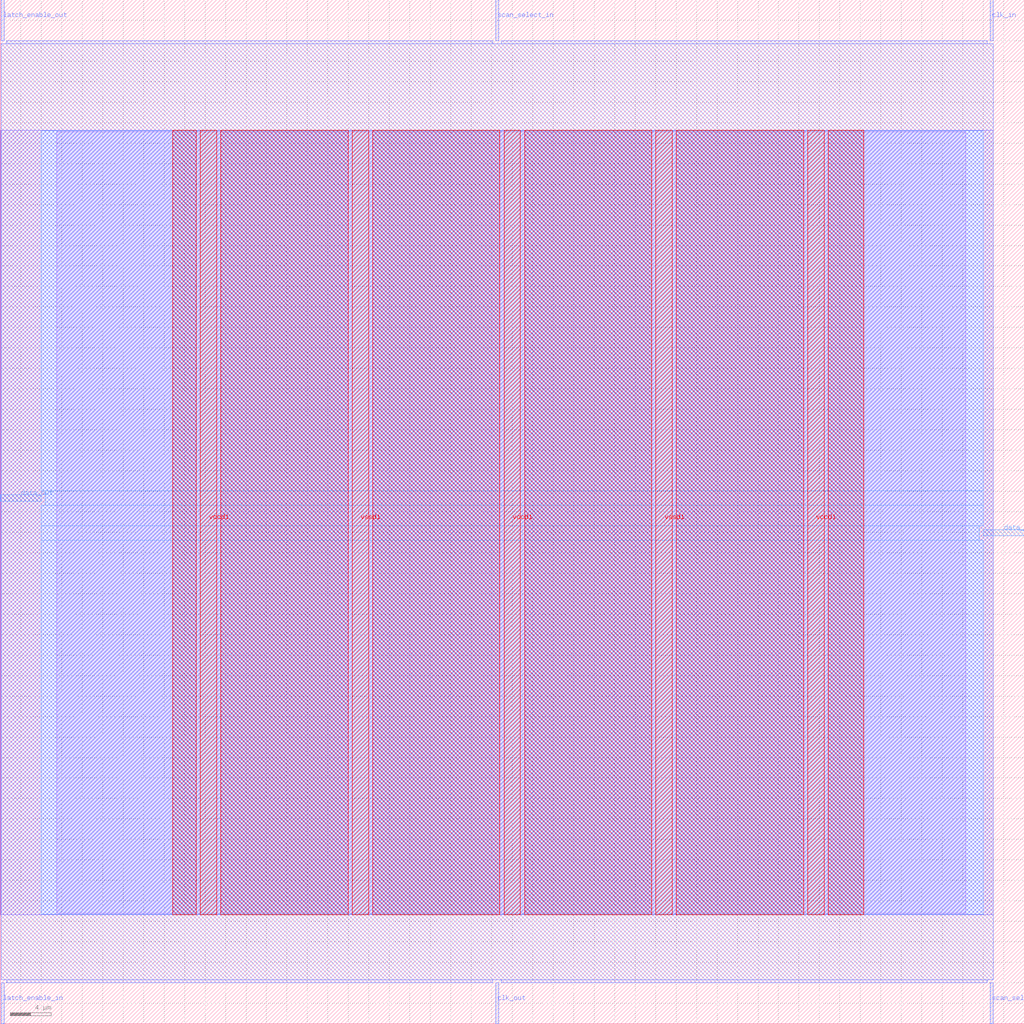
<source format=lef>
VERSION 5.7 ;
  NOWIREEXTENSIONATPIN ON ;
  DIVIDERCHAR "/" ;
  BUSBITCHARS "[]" ;
MACRO scan_wrapper_019235602376235615
  CLASS BLOCK ;
  FOREIGN scan_wrapper_019235602376235615 ;
  ORIGIN 0.000 0.000 ;
  SIZE 100.000 BY 100.000 ;
  PIN clk_in
    DIRECTION INPUT ;
    USE SIGNAL ;
    PORT
      LAYER met2 ;
        RECT 96.690 96.000 96.970 100.000 ;
    END
  END clk_in
  PIN clk_out
    DIRECTION OUTPUT TRISTATE ;
    USE SIGNAL ;
    PORT
      LAYER met2 ;
        RECT 48.390 0.000 48.670 4.000 ;
    END
  END clk_out
  PIN data_in
    DIRECTION INPUT ;
    USE SIGNAL ;
    PORT
      LAYER met3 ;
        RECT 96.000 47.640 100.000 48.240 ;
    END
  END data_in
  PIN data_out
    DIRECTION OUTPUT TRISTATE ;
    USE SIGNAL ;
    PORT
      LAYER met3 ;
        RECT 0.000 51.040 4.000 51.640 ;
    END
  END data_out
  PIN latch_enable_in
    DIRECTION INPUT ;
    USE SIGNAL ;
    PORT
      LAYER met2 ;
        RECT 0.090 0.000 0.370 4.000 ;
    END
  END latch_enable_in
  PIN latch_enable_out
    DIRECTION OUTPUT TRISTATE ;
    USE SIGNAL ;
    PORT
      LAYER met2 ;
        RECT 0.090 96.000 0.370 100.000 ;
    END
  END latch_enable_out
  PIN scan_select_in
    DIRECTION INPUT ;
    USE SIGNAL ;
    PORT
      LAYER met2 ;
        RECT 48.390 96.000 48.670 100.000 ;
    END
  END scan_select_in
  PIN scan_select_out
    DIRECTION OUTPUT TRISTATE ;
    USE SIGNAL ;
    PORT
      LAYER met2 ;
        RECT 96.690 0.000 96.970 4.000 ;
    END
  END scan_select_out
  PIN vccd1
    DIRECTION INPUT ;
    USE POWER ;
    PORT
      LAYER met4 ;
        RECT 19.550 10.640 21.150 87.280 ;
    END
    PORT
      LAYER met4 ;
        RECT 49.200 10.640 50.800 87.280 ;
    END
    PORT
      LAYER met4 ;
        RECT 78.855 10.640 80.455 87.280 ;
    END
  END vccd1
  PIN vssd1
    DIRECTION INPUT ;
    USE GROUND ;
    PORT
      LAYER met4 ;
        RECT 34.370 10.640 35.970 87.280 ;
    END
    PORT
      LAYER met4 ;
        RECT 64.025 10.640 65.625 87.280 ;
    END
  END vssd1
  OBS
      LAYER li1 ;
        RECT 5.520 10.795 94.300 87.125 ;
      LAYER met1 ;
        RECT 0.070 10.640 96.990 87.280 ;
      LAYER met2 ;
        RECT 0.650 95.720 48.110 96.000 ;
        RECT 48.950 95.720 96.410 96.000 ;
        RECT 0.100 4.280 96.960 95.720 ;
        RECT 0.650 4.000 48.110 4.280 ;
        RECT 48.950 4.000 96.410 4.280 ;
      LAYER met3 ;
        RECT 4.000 52.040 96.000 87.205 ;
        RECT 4.400 50.640 96.000 52.040 ;
        RECT 4.000 48.640 96.000 50.640 ;
        RECT 4.000 47.240 95.600 48.640 ;
        RECT 4.000 10.715 96.000 47.240 ;
      LAYER met4 ;
        RECT 16.855 10.640 19.150 87.280 ;
        RECT 21.550 10.640 33.970 87.280 ;
        RECT 36.370 10.640 48.800 87.280 ;
        RECT 51.200 10.640 63.625 87.280 ;
        RECT 66.025 10.640 78.455 87.280 ;
        RECT 80.855 10.640 84.345 87.280 ;
  END
END scan_wrapper_019235602376235615
END LIBRARY


</source>
